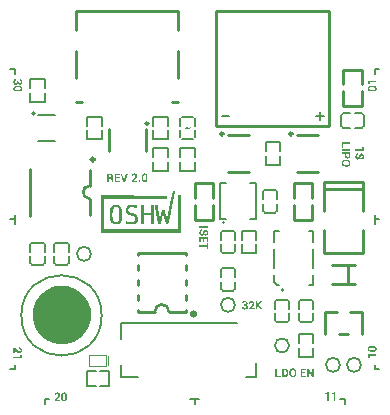
<source format=gto>
G04 Layer: TopSilkscreenLayer*
G04 Panelize: , Column: 3, Row: 3, Board Size: 35.56mm x 35.56mm, Panelized Board Size: 110.68mm x 110.68mm*
G04 EasyEDA v6.5.39, 2024-01-10 02:32:58*
G04 c879e6b8726d4e35908b0b4345eef0b3,3d9c8b04885e45b7839bd8e85c0fd600,10*
G04 Gerber Generator version 0.2*
G04 Scale: 100 percent, Rotated: No, Reflected: No *
G04 Dimensions in millimeters *
G04 leading zeros omitted , absolute positions ,4 integer and 5 decimal *
%FSLAX45Y45*%
%MOMM*%

%ADD10C,0.2032*%
%ADD11C,0.2000*%
%ADD12C,0.1500*%
%ADD13C,0.2540*%
%ADD14C,0.1000*%
%ADD15C,0.1016*%
%ADD16C,0.1280*%
%ADD17C,0.0183*%

%LPD*%
G36*
X-187756Y242112D02*
G01*
X-209499Y136245D01*
X-238150Y558D01*
X-238658Y-762D01*
X-239318Y0D01*
X-240436Y3200D01*
X-243332Y14782D01*
X-257352Y78486D01*
X-281330Y78486D01*
X-289661Y38201D01*
X-294792Y15138D01*
X-299059Y-2540D01*
X-302310Y27482D01*
X-313537Y121818D01*
X-331927Y122478D01*
X-335178Y120548D01*
X-335330Y114249D01*
X-326491Y56794D01*
X-312470Y-39319D01*
X-289915Y-39319D01*
X-288391Y-30429D01*
X-270256Y48209D01*
X-269494Y49885D01*
X-268478Y48463D01*
X-266954Y43230D01*
X-254762Y-7873D01*
X-247700Y-38506D01*
X-226415Y-39471D01*
X-222859Y-24993D01*
X-219405Y-9601D01*
X-215087Y11074D01*
X-192024Y116179D01*
X-166065Y236220D01*
X-166217Y240538D01*
X-169418Y241960D01*
G37*
G36*
X-797052Y202844D02*
G01*
X-797052Y-111353D01*
X-116332Y-111353D01*
X-116332Y202844D01*
X-144170Y202844D01*
X-144170Y-83515D01*
X-769213Y-83515D01*
X-769213Y173380D01*
X-235661Y173380D01*
X-236626Y202031D01*
G37*
G36*
X-666242Y125933D02*
G01*
X-673760Y125831D01*
X-681177Y124714D01*
X-688390Y122529D01*
X-693978Y119837D01*
X-699211Y116230D01*
X-703935Y111810D01*
X-708253Y106527D01*
X-712063Y100431D01*
X-715314Y93573D01*
X-718108Y85953D01*
X-720293Y77673D01*
X-720953Y73812D01*
X-721918Y62839D01*
X-722423Y42164D01*
X-698855Y42164D01*
X-698652Y52984D01*
X-698093Y62687D01*
X-697179Y71374D01*
X-695807Y78994D01*
X-694029Y85598D01*
X-691845Y91287D01*
X-689203Y95961D01*
X-686054Y99771D01*
X-682498Y102666D01*
X-678434Y104698D01*
X-673862Y105867D01*
X-668782Y106273D01*
X-664819Y106070D01*
X-661212Y105460D01*
X-657961Y104444D01*
X-655167Y103073D01*
X-652221Y101041D01*
X-649630Y98704D01*
X-647395Y96012D01*
X-645464Y92862D01*
X-643839Y89154D01*
X-642518Y84886D01*
X-641400Y79857D01*
X-640588Y74117D01*
X-639521Y59893D01*
X-639216Y41656D01*
X-639267Y25552D01*
X-639724Y14630D01*
X-640638Y6959D01*
X-642162Y762D01*
X-644245Y-5232D01*
X-646582Y-10312D01*
X-649224Y-14427D01*
X-652221Y-17627D01*
X-655624Y-20066D01*
X-659485Y-21742D01*
X-663905Y-22656D01*
X-668934Y-22961D01*
X-673963Y-22555D01*
X-678484Y-21336D01*
X-682498Y-19304D01*
X-686054Y-16357D01*
X-689152Y-12496D01*
X-691794Y-7721D01*
X-693978Y-1981D01*
X-695756Y4724D01*
X-697128Y12496D01*
X-698042Y21285D01*
X-698652Y31191D01*
X-698855Y42164D01*
X-722423Y42164D01*
X-722376Y34442D01*
X-721868Y20624D01*
X-720953Y9601D01*
X-720293Y5638D01*
X-717956Y-3098D01*
X-714959Y-11074D01*
X-711403Y-18186D01*
X-707237Y-24434D01*
X-702513Y-29768D01*
X-697280Y-34188D01*
X-691540Y-37592D01*
X-685342Y-39979D01*
X-679246Y-41452D01*
X-673201Y-42316D01*
X-667308Y-42519D01*
X-661619Y-42164D01*
X-656082Y-41198D01*
X-650798Y-39624D01*
X-645769Y-37490D01*
X-641096Y-34848D01*
X-636676Y-31597D01*
X-632663Y-27838D01*
X-629056Y-23571D01*
X-625856Y-18745D01*
X-622909Y-13258D01*
X-620471Y-7772D01*
X-618591Y-2032D01*
X-617118Y4267D01*
X-616051Y11430D01*
X-615391Y19710D01*
X-614984Y29413D01*
X-614883Y50444D01*
X-615137Y59131D01*
X-615645Y66903D01*
X-616356Y73914D01*
X-617372Y80213D01*
X-618693Y85953D01*
X-620268Y91135D01*
X-622249Y95910D01*
X-624535Y100330D01*
X-627278Y104495D01*
X-630377Y108508D01*
X-633933Y112420D01*
X-639114Y116890D01*
X-645109Y120497D01*
X-651764Y123240D01*
X-658876Y125069D01*
G37*
G36*
X-534771Y125933D02*
G01*
X-540867Y125780D01*
X-546506Y125120D01*
X-551586Y124053D01*
X-558241Y121869D01*
X-563880Y119227D01*
X-568960Y115874D01*
X-573938Y111556D01*
X-579424Y105308D01*
X-583336Y98602D01*
X-585876Y91084D01*
X-587197Y82296D01*
X-587451Y75742D01*
X-587044Y69697D01*
X-585927Y64262D01*
X-584047Y59283D01*
X-581456Y54762D01*
X-578053Y50647D01*
X-573786Y46939D01*
X-568655Y43535D01*
X-562610Y40487D01*
X-555599Y37693D01*
X-547573Y35102D01*
X-529336Y30327D01*
X-521970Y27940D01*
X-516229Y25349D01*
X-511962Y22453D01*
X-508965Y18999D01*
X-507085Y14884D01*
X-506069Y9956D01*
X-505764Y4013D01*
X-506120Y-2641D01*
X-507390Y-7721D01*
X-509828Y-11938D01*
X-513588Y-15798D01*
X-517042Y-18237D01*
X-521106Y-20167D01*
X-525678Y-21590D01*
X-530758Y-22504D01*
X-536143Y-22910D01*
X-541832Y-22809D01*
X-547776Y-22250D01*
X-553770Y-21183D01*
X-559816Y-19659D01*
X-565810Y-17627D01*
X-571652Y-15189D01*
X-585012Y-8229D01*
X-585368Y-9194D01*
X-585876Y-15646D01*
X-585876Y-27178D01*
X-585317Y-30988D01*
X-583996Y-32918D01*
X-581456Y-34188D01*
X-576275Y-36068D01*
X-570738Y-37693D01*
X-564946Y-39065D01*
X-558901Y-40182D01*
X-552754Y-40995D01*
X-546557Y-41554D01*
X-534416Y-41808D01*
X-528624Y-41503D01*
X-523138Y-40944D01*
X-518007Y-40030D01*
X-513334Y-38811D01*
X-508304Y-36982D01*
X-503986Y-34696D01*
X-499770Y-31597D01*
X-495300Y-27381D01*
X-489254Y-20370D01*
X-485444Y-13309D01*
X-483463Y-5181D01*
X-482854Y5130D01*
X-483565Y14833D01*
X-485648Y23368D01*
X-489204Y30784D01*
X-494131Y37185D01*
X-497078Y39979D01*
X-500278Y42468D01*
X-503783Y44704D01*
X-507847Y46786D01*
X-512521Y48768D01*
X-518007Y50698D01*
X-541274Y57251D01*
X-548741Y59740D01*
X-554431Y62230D01*
X-558698Y64973D01*
X-561594Y68072D01*
X-563473Y71780D01*
X-564388Y76149D01*
X-564692Y81432D01*
X-564134Y87071D01*
X-562559Y92049D01*
X-559917Y96316D01*
X-556310Y99872D01*
X-551688Y102616D01*
X-546150Y104648D01*
X-539699Y105867D01*
X-532333Y106273D01*
X-523240Y105562D01*
X-513892Y103632D01*
X-505358Y100685D01*
X-494639Y94996D01*
X-493877Y94843D01*
X-493420Y95758D01*
X-493064Y98247D01*
X-493014Y106476D01*
X-493522Y118059D01*
X-507339Y122123D01*
X-514502Y123748D01*
X-521563Y124917D01*
X-528320Y125679D01*
G37*
G36*
X-455066Y122631D02*
G01*
X-455066Y-39319D01*
X-432155Y-39319D01*
X-432155Y37541D01*
X-373227Y37541D01*
X-373227Y-39471D01*
X-349504Y-38506D01*
X-348640Y122631D01*
X-373227Y122631D01*
X-373227Y57200D01*
X-432155Y57200D01*
X-432155Y122631D01*
G37*
G36*
X422148Y-689864D02*
G01*
X417423Y-690219D01*
X413054Y-691184D01*
X409143Y-692861D01*
X405638Y-695198D01*
X402640Y-698144D01*
X400558Y-701497D01*
X399338Y-705154D01*
X399034Y-709168D01*
X399288Y-709422D01*
X413004Y-709422D01*
X413156Y-707593D01*
X413664Y-706018D01*
X414426Y-704545D01*
X415543Y-703326D01*
X417017Y-702208D01*
X418592Y-701446D01*
X420319Y-700938D01*
X422148Y-700786D01*
X424332Y-700938D01*
X426262Y-701497D01*
X427990Y-702360D01*
X429514Y-703580D01*
X430631Y-704951D01*
X431444Y-706526D01*
X431901Y-708253D01*
X432054Y-710184D01*
X431901Y-712470D01*
X431444Y-714451D01*
X430631Y-716127D01*
X429514Y-717550D01*
X428091Y-718667D01*
X426313Y-719429D01*
X424281Y-719937D01*
X414020Y-720090D01*
X414020Y-731012D01*
X424535Y-731164D01*
X426770Y-731672D01*
X428701Y-732434D01*
X430276Y-733552D01*
X431495Y-735126D01*
X432358Y-737057D01*
X432917Y-739292D01*
X433070Y-741934D01*
X432866Y-744016D01*
X432308Y-745947D01*
X431342Y-747674D01*
X430022Y-749300D01*
X428396Y-750519D01*
X426516Y-751382D01*
X424434Y-751941D01*
X422148Y-752094D01*
X420065Y-751941D01*
X418236Y-751382D01*
X416509Y-750519D01*
X413715Y-747928D01*
X412750Y-746404D01*
X412191Y-744626D01*
X411988Y-742696D01*
X398272Y-742696D01*
X398018Y-742950D01*
X398475Y-747471D01*
X399796Y-751484D01*
X402031Y-754837D01*
X405130Y-757682D01*
X408940Y-760018D01*
X413054Y-761695D01*
X417474Y-762660D01*
X422148Y-763016D01*
X427482Y-762660D01*
X432257Y-761593D01*
X436473Y-759866D01*
X440182Y-757428D01*
X443280Y-754380D01*
X445516Y-750824D01*
X446836Y-746760D01*
X447293Y-742188D01*
X447090Y-739241D01*
X446532Y-736549D01*
X445566Y-734060D01*
X444246Y-731774D01*
X442569Y-729742D01*
X440537Y-728014D01*
X438251Y-726592D01*
X435609Y-725424D01*
X437997Y-724154D01*
X440131Y-722680D01*
X441959Y-721004D01*
X443484Y-719074D01*
X444703Y-716889D01*
X445566Y-714603D01*
X446125Y-712317D01*
X446278Y-709930D01*
X445871Y-705408D01*
X444652Y-701395D01*
X442569Y-698042D01*
X439674Y-695198D01*
X436219Y-692861D01*
X432104Y-691184D01*
X427431Y-690219D01*
G37*
G36*
X479043Y-689864D02*
G01*
X473862Y-690270D01*
X469239Y-691489D01*
X465226Y-693572D01*
X461772Y-696468D01*
X458876Y-699922D01*
X456895Y-703783D01*
X455726Y-707948D01*
X455422Y-712724D01*
X469392Y-712724D01*
X469544Y-710285D01*
X470052Y-708101D01*
X470814Y-706120D01*
X471932Y-704342D01*
X473354Y-702767D01*
X474980Y-701649D01*
X476859Y-700989D01*
X479043Y-700786D01*
X481177Y-700938D01*
X483006Y-701497D01*
X484479Y-702360D01*
X486664Y-704951D01*
X487375Y-706577D01*
X487781Y-708406D01*
X487934Y-710438D01*
X487426Y-714095D01*
X485901Y-718058D01*
X483006Y-722376D01*
X478790Y-727710D01*
X456692Y-752602D01*
X456692Y-762000D01*
X504443Y-762000D01*
X504443Y-751078D01*
X475488Y-751078D01*
X475234Y-750824D01*
X490931Y-732434D01*
X496773Y-725068D01*
X498856Y-722122D01*
X500278Y-719378D01*
X501345Y-716534D01*
X501954Y-713536D01*
X502158Y-710438D01*
X501802Y-705967D01*
X500634Y-702005D01*
X498703Y-698500D01*
X496062Y-695452D01*
X492709Y-693013D01*
X488746Y-691286D01*
X484225Y-690219D01*
G37*
G36*
X515112Y-690880D02*
G01*
X515112Y-762000D01*
X529336Y-762000D01*
X529336Y-732282D01*
X534416Y-732282D01*
X553974Y-762000D01*
X572262Y-762000D01*
X545846Y-723900D01*
X570484Y-690880D01*
X552704Y-690880D01*
X533146Y-719836D01*
X529336Y-719836D01*
X529336Y-690880D01*
G37*
G36*
X1417574Y612394D02*
G01*
X1417574Y597662D01*
X1358900Y597662D01*
X1358900Y583438D01*
X1431036Y583438D01*
X1428496Y612394D01*
G37*
G36*
X1380744Y560832D02*
G01*
X1375359Y560425D01*
X1370736Y558952D01*
X1366723Y556361D01*
X1363472Y552704D01*
X1361033Y548436D01*
X1359306Y543763D01*
X1358239Y538632D01*
X1357884Y533146D01*
X1358239Y527456D01*
X1359204Y522427D01*
X1360881Y517956D01*
X1363218Y514096D01*
X1366012Y510997D01*
X1369314Y508762D01*
X1373124Y507441D01*
X1377442Y506984D01*
X1381658Y507390D01*
X1385468Y508558D01*
X1388770Y510540D01*
X1391666Y513334D01*
X1394206Y516737D01*
X1396492Y520852D01*
X1398524Y525627D01*
X1401572Y534619D01*
X1403959Y539953D01*
X1405128Y541782D01*
X1406347Y543204D01*
X1407769Y544271D01*
X1409395Y544880D01*
X1411224Y545084D01*
X1413052Y544880D01*
X1414729Y544322D01*
X1416202Y543356D01*
X1417574Y542036D01*
X1418691Y540461D01*
X1419453Y538581D01*
X1419961Y536397D01*
X1420114Y533908D01*
X1419961Y531164D01*
X1419402Y528777D01*
X1418539Y526694D01*
X1417320Y525018D01*
X1415745Y523595D01*
X1413865Y522528D01*
X1411681Y521919D01*
X1409192Y521716D01*
X1409192Y508000D01*
X1409446Y507746D01*
X1414018Y508101D01*
X1418132Y509371D01*
X1421790Y511657D01*
X1424940Y514858D01*
X1427581Y518718D01*
X1429512Y523138D01*
X1430629Y528116D01*
X1431036Y533654D01*
X1430680Y538988D01*
X1429613Y543864D01*
X1427886Y548284D01*
X1425448Y552196D01*
X1422450Y555294D01*
X1419098Y557530D01*
X1415338Y558850D01*
X1411224Y559308D01*
X1407109Y558901D01*
X1403451Y557733D01*
X1400251Y555752D01*
X1397508Y552958D01*
X1395069Y549402D01*
X1392732Y545084D01*
X1390599Y540004D01*
X1386484Y528116D01*
X1385265Y525932D01*
X1384046Y524256D01*
X1382674Y522935D01*
X1381150Y521970D01*
X1379372Y521411D01*
X1377442Y521208D01*
X1375511Y521411D01*
X1373835Y521970D01*
X1372362Y522935D01*
X1371092Y524256D01*
X1369974Y525932D01*
X1369161Y528015D01*
X1368704Y530402D01*
X1368552Y533146D01*
X1368755Y536143D01*
X1369314Y538784D01*
X1370279Y541121D01*
X1371600Y543052D01*
X1373327Y544728D01*
X1375460Y545896D01*
X1378051Y546608D01*
X1380998Y546862D01*
X1380998Y560578D01*
G37*
G36*
X1244600Y653796D02*
G01*
X1244600Y607822D01*
X1255522Y607822D01*
X1255522Y639572D01*
X1315720Y639572D01*
X1315720Y653796D01*
G37*
G36*
X1244600Y597408D02*
G01*
X1244600Y582930D01*
X1315720Y582930D01*
X1315720Y597408D01*
G37*
G36*
X1244600Y568960D02*
G01*
X1244600Y554736D01*
X1304798Y554736D01*
X1304798Y541782D01*
X1304594Y538937D01*
X1303934Y536448D01*
X1302816Y534365D01*
X1301242Y532638D01*
X1299464Y531317D01*
X1297482Y530352D01*
X1295298Y529793D01*
X1292860Y529590D01*
X1290421Y529793D01*
X1288288Y530352D01*
X1286357Y531317D01*
X1284732Y532638D01*
X1283309Y534365D01*
X1282242Y536448D01*
X1281633Y538937D01*
X1281430Y541782D01*
X1281430Y554736D01*
X1270508Y554736D01*
X1270508Y541782D01*
X1270863Y535990D01*
X1272032Y530860D01*
X1273962Y526338D01*
X1276604Y522478D01*
X1279906Y519379D01*
X1283766Y517143D01*
X1288186Y515823D01*
X1293114Y515366D01*
X1297940Y515823D01*
X1302258Y517143D01*
X1306068Y519379D01*
X1309370Y522478D01*
X1312164Y526338D01*
X1314145Y530860D01*
X1315313Y535990D01*
X1315720Y541782D01*
X1315720Y568960D01*
G37*
G36*
X1273810Y506984D02*
G01*
X1267510Y506476D01*
X1261821Y504951D01*
X1256690Y502412D01*
X1252220Y498856D01*
X1248460Y494487D01*
X1245768Y489458D01*
X1244142Y483819D01*
X1243584Y477520D01*
X1254760Y477520D01*
X1255115Y480872D01*
X1256080Y483870D01*
X1257757Y486460D01*
X1260094Y488696D01*
X1262938Y490474D01*
X1266190Y491743D01*
X1269796Y492506D01*
X1273810Y492759D01*
X1286764Y492759D01*
X1290675Y492506D01*
X1294180Y491743D01*
X1297381Y490474D01*
X1300226Y488696D01*
X1302562Y486562D01*
X1304239Y483971D01*
X1305204Y480974D01*
X1305560Y477520D01*
X1305204Y474065D01*
X1304239Y470966D01*
X1302562Y468325D01*
X1300226Y466090D01*
X1297381Y464312D01*
X1294180Y463042D01*
X1290675Y462280D01*
X1286764Y462026D01*
X1273810Y462026D01*
X1269796Y462280D01*
X1266190Y463042D01*
X1262938Y464312D01*
X1260094Y466090D01*
X1257757Y468325D01*
X1256080Y470966D01*
X1255115Y474065D01*
X1254760Y477520D01*
X1243584Y477520D01*
X1244142Y471220D01*
X1245768Y465531D01*
X1248460Y460400D01*
X1252220Y455930D01*
X1256690Y452374D01*
X1261821Y449834D01*
X1267510Y448309D01*
X1273810Y447801D01*
X1286510Y447801D01*
X1292707Y448309D01*
X1298397Y449834D01*
X1303528Y452374D01*
X1308100Y455930D01*
X1311859Y460400D01*
X1314602Y465531D01*
X1316177Y471220D01*
X1316736Y477520D01*
X1316177Y483819D01*
X1314602Y489458D01*
X1311859Y494487D01*
X1308100Y498856D01*
X1303528Y502412D01*
X1298397Y504951D01*
X1292707Y506476D01*
X1286510Y506984D01*
G37*
G36*
X-513334Y389636D02*
G01*
X-518515Y389229D01*
X-523189Y388010D01*
X-527304Y385927D01*
X-530860Y383032D01*
X-533755Y379577D01*
X-535736Y375716D01*
X-536905Y371551D01*
X-537210Y367030D01*
X-536956Y366776D01*
X-523240Y366776D01*
X-523087Y369214D01*
X-522630Y371398D01*
X-521817Y373380D01*
X-520700Y375158D01*
X-519277Y376732D01*
X-517601Y377850D01*
X-515620Y378510D01*
X-513334Y378714D01*
X-511301Y378561D01*
X-509524Y378002D01*
X-508000Y377139D01*
X-506730Y375920D01*
X-505815Y374548D01*
X-504799Y371094D01*
X-504799Y367233D01*
X-505815Y363423D01*
X-507898Y359410D01*
X-513588Y351790D01*
X-535686Y326898D01*
X-535686Y317500D01*
X-487934Y317500D01*
X-487934Y328422D01*
X-517143Y328422D01*
X-517143Y328676D01*
X-501599Y347065D01*
X-495757Y354431D01*
X-493776Y357378D01*
X-492353Y360121D01*
X-491286Y362966D01*
X-490677Y365963D01*
X-490474Y369062D01*
X-490829Y373532D01*
X-491947Y377494D01*
X-493776Y381000D01*
X-496316Y384048D01*
X-499668Y386486D01*
X-503631Y388213D01*
X-508152Y389280D01*
G37*
G36*
X-426212Y389636D02*
G01*
X-431393Y389178D01*
X-436067Y387858D01*
X-440182Y385622D01*
X-443738Y382524D01*
X-446633Y378510D01*
X-448665Y373888D01*
X-449935Y368604D01*
X-450342Y362712D01*
X-450254Y341884D01*
X-436118Y341884D01*
X-436118Y364236D01*
X-435965Y367487D01*
X-435457Y370332D01*
X-434695Y372821D01*
X-433578Y374904D01*
X-432155Y376580D01*
X-430479Y377748D01*
X-428498Y378460D01*
X-426212Y378714D01*
X-424078Y378460D01*
X-422148Y377748D01*
X-420471Y376580D01*
X-419100Y374904D01*
X-417982Y372821D01*
X-417220Y370332D01*
X-416712Y367487D01*
X-416559Y364236D01*
X-416559Y341884D01*
X-416712Y338531D01*
X-417169Y335686D01*
X-417982Y333197D01*
X-419100Y331216D01*
X-420471Y329539D01*
X-422148Y328371D01*
X-424078Y327660D01*
X-426212Y327406D01*
X-428498Y327660D01*
X-430479Y328371D01*
X-432155Y329539D01*
X-433578Y331216D01*
X-434695Y333197D01*
X-435457Y335686D01*
X-435965Y338531D01*
X-436118Y341884D01*
X-450254Y341884D01*
X-449935Y337261D01*
X-448665Y332028D01*
X-446633Y327507D01*
X-443738Y323596D01*
X-440182Y320497D01*
X-436067Y318262D01*
X-431393Y316941D01*
X-426212Y316484D01*
X-421030Y316941D01*
X-416356Y318262D01*
X-412242Y320497D01*
X-408686Y323596D01*
X-405892Y327507D01*
X-403910Y332028D01*
X-402742Y337261D01*
X-402336Y343154D01*
X-402336Y362712D01*
X-402742Y368604D01*
X-404012Y373888D01*
X-406044Y378510D01*
X-408940Y382524D01*
X-412496Y385622D01*
X-416559Y387858D01*
X-421132Y389178D01*
G37*
G36*
X-742696Y388620D02*
G01*
X-742696Y377698D01*
X-718058Y377698D01*
X-715416Y377494D01*
X-713130Y376936D01*
X-711098Y375970D01*
X-709422Y374650D01*
X-708202Y373126D01*
X-707339Y371348D01*
X-706780Y369316D01*
X-706628Y367030D01*
X-706780Y364642D01*
X-707339Y362559D01*
X-708202Y360832D01*
X-709422Y359410D01*
X-711098Y358292D01*
X-713181Y357530D01*
X-715568Y357022D01*
X-728472Y356870D01*
X-728472Y377698D01*
X-742696Y377698D01*
X-742696Y317500D01*
X-728472Y317500D01*
X-728472Y345948D01*
X-717296Y345948D01*
X-714756Y345744D01*
X-712520Y345186D01*
X-710590Y344220D01*
X-708914Y342900D01*
X-707694Y341325D01*
X-706831Y339445D01*
X-706272Y337261D01*
X-705916Y326237D01*
X-705358Y322580D01*
X-704545Y319532D01*
X-703884Y318363D01*
X-703072Y317500D01*
X-688340Y317500D01*
X-688340Y318516D01*
X-689203Y319379D01*
X-690575Y321818D01*
X-691489Y324967D01*
X-691845Y328015D01*
X-692048Y337820D01*
X-692607Y340614D01*
X-693470Y343154D01*
X-694690Y345440D01*
X-696214Y347472D01*
X-698195Y349199D01*
X-700633Y350621D01*
X-703580Y351790D01*
X-700938Y353060D01*
X-698703Y354533D01*
X-696772Y356209D01*
X-695198Y358140D01*
X-693877Y360273D01*
X-692912Y362508D01*
X-692353Y364947D01*
X-692150Y367538D01*
X-692556Y372211D01*
X-693877Y376377D01*
X-696010Y379984D01*
X-699008Y383032D01*
X-702767Y385470D01*
X-707186Y387248D01*
X-712317Y388264D01*
X-718058Y388620D01*
G37*
G36*
X-678942Y388620D02*
G01*
X-678942Y317500D01*
X-633476Y317500D01*
X-633476Y328422D01*
X-664718Y328422D01*
X-664718Y348742D01*
X-638302Y348742D01*
X-638302Y359664D01*
X-664718Y359664D01*
X-664718Y377698D01*
X-633476Y377698D01*
X-633476Y388620D01*
G37*
G36*
X-629666Y388620D02*
G01*
X-605536Y317500D01*
X-590804Y317500D01*
X-566674Y388620D01*
X-581660Y388620D01*
X-597154Y336550D01*
X-597916Y332994D01*
X-598424Y332994D01*
X-599186Y336804D01*
X-614680Y388620D01*
G37*
G36*
X-477012Y329946D02*
G01*
X-477012Y317500D01*
X-462788Y317500D01*
X-462788Y329946D01*
G37*
G36*
X-1165860Y-1464564D02*
G01*
X-1171041Y-1464970D01*
X-1175613Y-1466189D01*
X-1179677Y-1468272D01*
X-1183132Y-1471168D01*
X-1186027Y-1474622D01*
X-1188008Y-1478483D01*
X-1189177Y-1482648D01*
X-1189482Y-1487424D01*
X-1175512Y-1487424D01*
X-1175359Y-1484985D01*
X-1174902Y-1482801D01*
X-1174089Y-1480820D01*
X-1172972Y-1479042D01*
X-1171549Y-1477467D01*
X-1169924Y-1476349D01*
X-1168044Y-1475689D01*
X-1165860Y-1475486D01*
X-1163726Y-1475638D01*
X-1161897Y-1476197D01*
X-1160424Y-1477060D01*
X-1158240Y-1479651D01*
X-1157528Y-1481277D01*
X-1157122Y-1483106D01*
X-1156970Y-1485138D01*
X-1157478Y-1488795D01*
X-1159002Y-1492758D01*
X-1161796Y-1497076D01*
X-1166114Y-1502410D01*
X-1188212Y-1527302D01*
X-1188212Y-1536700D01*
X-1140460Y-1536700D01*
X-1140460Y-1525778D01*
X-1169416Y-1525778D01*
X-1169416Y-1525524D01*
X-1153972Y-1507134D01*
X-1148130Y-1499768D01*
X-1146048Y-1496822D01*
X-1144625Y-1494078D01*
X-1143558Y-1491234D01*
X-1142949Y-1488236D01*
X-1142746Y-1485138D01*
X-1143101Y-1480667D01*
X-1144270Y-1476705D01*
X-1146149Y-1473200D01*
X-1148842Y-1470152D01*
X-1152194Y-1467713D01*
X-1156157Y-1465986D01*
X-1160678Y-1464919D01*
G37*
G36*
X-1107694Y-1464564D02*
G01*
X-1112875Y-1465021D01*
X-1117549Y-1466342D01*
X-1121664Y-1468577D01*
X-1125220Y-1471676D01*
X-1128115Y-1475689D01*
X-1130147Y-1480312D01*
X-1131417Y-1485595D01*
X-1131824Y-1491488D01*
X-1131736Y-1512316D01*
X-1117600Y-1512316D01*
X-1117600Y-1489964D01*
X-1117447Y-1486712D01*
X-1116939Y-1483868D01*
X-1116177Y-1481378D01*
X-1115060Y-1479296D01*
X-1113637Y-1477619D01*
X-1111961Y-1476451D01*
X-1109980Y-1475740D01*
X-1107694Y-1475486D01*
X-1105509Y-1475740D01*
X-1103630Y-1476451D01*
X-1102004Y-1477619D01*
X-1100582Y-1479296D01*
X-1099362Y-1481378D01*
X-1098499Y-1483868D01*
X-1097940Y-1486712D01*
X-1097788Y-1489964D01*
X-1097788Y-1512316D01*
X-1097940Y-1515668D01*
X-1098499Y-1518513D01*
X-1099362Y-1521002D01*
X-1100582Y-1522984D01*
X-1102004Y-1524660D01*
X-1103630Y-1525828D01*
X-1105509Y-1526540D01*
X-1107694Y-1526794D01*
X-1109980Y-1526540D01*
X-1111961Y-1525828D01*
X-1113637Y-1524660D01*
X-1115060Y-1522984D01*
X-1116177Y-1521002D01*
X-1116939Y-1518513D01*
X-1117447Y-1515668D01*
X-1117600Y-1512316D01*
X-1131736Y-1512316D01*
X-1131417Y-1516938D01*
X-1130147Y-1522171D01*
X-1128115Y-1526692D01*
X-1125220Y-1530604D01*
X-1121664Y-1533702D01*
X-1117549Y-1535938D01*
X-1112875Y-1537258D01*
X-1107694Y-1537716D01*
X-1102512Y-1537258D01*
X-1097838Y-1535938D01*
X-1093724Y-1533702D01*
X-1090168Y-1530604D01*
X-1087374Y-1526692D01*
X-1085392Y-1522171D01*
X-1084224Y-1516938D01*
X-1083818Y-1511046D01*
X-1083818Y-1491488D01*
X-1084224Y-1485595D01*
X-1085494Y-1480312D01*
X-1087526Y-1475689D01*
X-1090422Y-1471676D01*
X-1093978Y-1468577D01*
X-1098042Y-1466342D01*
X-1102614Y-1465021D01*
G37*
G36*
X1131062Y-1464564D02*
G01*
X1102106Y-1467104D01*
X1102106Y-1478026D01*
X1116838Y-1478026D01*
X1116838Y-1536700D01*
X1131062Y-1536700D01*
G37*
G36*
X1188466Y-1464564D02*
G01*
X1159459Y-1467104D01*
X1159459Y-1478026D01*
X1174191Y-1478026D01*
X1174191Y-1536700D01*
X1188466Y-1536700D01*
G37*
G36*
X1464564Y1175766D02*
G01*
X1467104Y1146810D01*
X1478026Y1146810D01*
X1478026Y1161542D01*
X1536700Y1161542D01*
X1536700Y1175766D01*
G37*
G36*
X1491488Y1132332D02*
G01*
X1485595Y1131925D01*
X1480312Y1130655D01*
X1475689Y1128623D01*
X1471676Y1125728D01*
X1468577Y1122172D01*
X1466342Y1118057D01*
X1465021Y1113383D01*
X1464564Y1108202D01*
X1475486Y1108202D01*
X1475740Y1110386D01*
X1476451Y1112266D01*
X1477619Y1113942D01*
X1479296Y1115314D01*
X1481378Y1116533D01*
X1483868Y1117396D01*
X1486712Y1117955D01*
X1489964Y1118108D01*
X1512316Y1118108D01*
X1515668Y1117955D01*
X1518513Y1117447D01*
X1521002Y1116685D01*
X1522984Y1115568D01*
X1524660Y1114044D01*
X1525828Y1112316D01*
X1526540Y1110386D01*
X1526794Y1108202D01*
X1526540Y1106017D01*
X1525828Y1104087D01*
X1524660Y1102360D01*
X1522984Y1100836D01*
X1521002Y1099718D01*
X1518513Y1098905D01*
X1515668Y1098448D01*
X1512316Y1098296D01*
X1489964Y1098296D01*
X1486712Y1098448D01*
X1483868Y1098905D01*
X1481378Y1099718D01*
X1479296Y1100836D01*
X1477619Y1102258D01*
X1476451Y1103934D01*
X1475740Y1105916D01*
X1475486Y1108202D01*
X1464564Y1108202D01*
X1465021Y1103020D01*
X1466342Y1098346D01*
X1468577Y1094232D01*
X1471676Y1090676D01*
X1475689Y1087780D01*
X1480312Y1085697D01*
X1485595Y1084478D01*
X1491488Y1084072D01*
X1511046Y1084072D01*
X1516938Y1084478D01*
X1522171Y1085697D01*
X1526692Y1087780D01*
X1530604Y1090676D01*
X1533702Y1094232D01*
X1535938Y1098346D01*
X1537258Y1103020D01*
X1537716Y1108202D01*
X1537258Y1113383D01*
X1535938Y1118057D01*
X1533702Y1122172D01*
X1530604Y1125728D01*
X1526692Y1128623D01*
X1522171Y1130655D01*
X1516938Y1131925D01*
X1511046Y1132332D01*
G37*
G36*
X1491488Y-1071118D02*
G01*
X1485595Y-1071524D01*
X1480312Y-1072794D01*
X1475689Y-1074826D01*
X1471676Y-1077722D01*
X1468577Y-1081278D01*
X1466342Y-1085342D01*
X1465021Y-1089914D01*
X1464564Y-1094994D01*
X1475486Y-1094994D01*
X1475740Y-1092809D01*
X1476451Y-1090930D01*
X1477619Y-1089304D01*
X1479296Y-1087882D01*
X1481378Y-1086662D01*
X1483868Y-1085799D01*
X1486712Y-1085240D01*
X1489964Y-1085088D01*
X1512316Y-1085088D01*
X1515668Y-1085240D01*
X1518513Y-1085799D01*
X1521002Y-1086662D01*
X1522984Y-1087882D01*
X1524660Y-1089304D01*
X1525828Y-1090930D01*
X1526540Y-1092860D01*
X1526794Y-1094994D01*
X1526540Y-1097280D01*
X1525828Y-1099261D01*
X1524660Y-1100937D01*
X1522984Y-1102360D01*
X1521002Y-1103477D01*
X1518513Y-1104239D01*
X1515668Y-1104747D01*
X1512316Y-1104900D01*
X1489964Y-1104900D01*
X1486712Y-1104747D01*
X1483868Y-1104239D01*
X1481378Y-1103477D01*
X1479296Y-1102360D01*
X1477619Y-1100937D01*
X1476451Y-1099261D01*
X1475740Y-1097280D01*
X1475486Y-1094994D01*
X1464564Y-1094994D01*
X1465021Y-1100175D01*
X1466342Y-1104849D01*
X1468577Y-1108964D01*
X1471676Y-1112520D01*
X1475689Y-1115415D01*
X1480312Y-1117447D01*
X1485595Y-1118717D01*
X1491488Y-1119124D01*
X1511046Y-1119124D01*
X1516938Y-1118717D01*
X1522171Y-1117447D01*
X1526692Y-1115415D01*
X1530604Y-1112520D01*
X1533702Y-1108964D01*
X1535938Y-1104849D01*
X1537258Y-1100175D01*
X1537716Y-1094994D01*
X1537258Y-1089812D01*
X1535938Y-1085138D01*
X1533702Y-1081024D01*
X1530604Y-1077468D01*
X1526692Y-1074674D01*
X1522171Y-1072692D01*
X1516938Y-1071524D01*
X1511046Y-1071118D01*
G37*
G36*
X1464564Y-1142238D02*
G01*
X1467104Y-1171194D01*
X1478026Y-1171194D01*
X1478026Y-1156462D01*
X1536700Y-1156462D01*
X1536700Y-1142238D01*
G37*
G36*
X-1517650Y1189482D02*
G01*
X-1522171Y1189024D01*
X-1526184Y1187704D01*
X-1529537Y1185468D01*
X-1532382Y1182370D01*
X-1534718Y1178560D01*
X-1536395Y1174445D01*
X-1537360Y1170025D01*
X-1537716Y1165352D01*
X-1537360Y1160018D01*
X-1536293Y1155242D01*
X-1534566Y1151026D01*
X-1532128Y1147318D01*
X-1529080Y1144219D01*
X-1525524Y1141984D01*
X-1521460Y1140663D01*
X-1516888Y1140206D01*
X-1513941Y1140409D01*
X-1511249Y1140968D01*
X-1508760Y1141933D01*
X-1506474Y1143254D01*
X-1504442Y1144930D01*
X-1502714Y1146962D01*
X-1501292Y1149248D01*
X-1500124Y1151890D01*
X-1498854Y1149502D01*
X-1497380Y1147368D01*
X-1495704Y1145540D01*
X-1493774Y1144016D01*
X-1491589Y1142796D01*
X-1489303Y1141933D01*
X-1487017Y1141374D01*
X-1484630Y1141222D01*
X-1480108Y1141628D01*
X-1476095Y1142847D01*
X-1472742Y1144930D01*
X-1469898Y1147826D01*
X-1467561Y1151280D01*
X-1465884Y1155395D01*
X-1464919Y1160068D01*
X-1464564Y1165352D01*
X-1464919Y1170076D01*
X-1465884Y1174445D01*
X-1467561Y1178356D01*
X-1469898Y1181862D01*
X-1472844Y1184859D01*
X-1476197Y1186942D01*
X-1479854Y1188161D01*
X-1483868Y1188466D01*
X-1484122Y1188212D01*
X-1484122Y1174496D01*
X-1482293Y1174343D01*
X-1480718Y1173835D01*
X-1479245Y1173073D01*
X-1478026Y1171956D01*
X-1476908Y1170482D01*
X-1476146Y1168908D01*
X-1475638Y1167180D01*
X-1475486Y1165352D01*
X-1475638Y1163167D01*
X-1476197Y1161237D01*
X-1477060Y1159510D01*
X-1478280Y1157986D01*
X-1479651Y1156868D01*
X-1481226Y1156055D01*
X-1482953Y1155598D01*
X-1484884Y1155446D01*
X-1487170Y1155598D01*
X-1489151Y1156055D01*
X-1490827Y1156868D01*
X-1492250Y1157986D01*
X-1493367Y1159408D01*
X-1494129Y1161186D01*
X-1494637Y1163218D01*
X-1494790Y1173480D01*
X-1505712Y1173480D01*
X-1505864Y1162964D01*
X-1506372Y1160729D01*
X-1507134Y1158798D01*
X-1508252Y1157224D01*
X-1509826Y1156004D01*
X-1511757Y1155141D01*
X-1513992Y1154582D01*
X-1516634Y1154430D01*
X-1518716Y1154633D01*
X-1520647Y1155192D01*
X-1522374Y1156157D01*
X-1524000Y1157478D01*
X-1525219Y1159103D01*
X-1526082Y1160983D01*
X-1526641Y1163066D01*
X-1526794Y1165352D01*
X-1526641Y1167434D01*
X-1526082Y1169263D01*
X-1525219Y1170990D01*
X-1522628Y1173784D01*
X-1521104Y1174750D01*
X-1519326Y1175308D01*
X-1517396Y1175512D01*
X-1517396Y1189228D01*
G37*
G36*
X-1511046Y1131824D02*
G01*
X-1516938Y1131417D01*
X-1522171Y1130147D01*
X-1526692Y1128115D01*
X-1530604Y1125220D01*
X-1533702Y1121664D01*
X-1535938Y1117549D01*
X-1537258Y1112875D01*
X-1537716Y1107694D01*
X-1526794Y1107694D01*
X-1526540Y1109980D01*
X-1525828Y1111961D01*
X-1524660Y1113637D01*
X-1522984Y1115060D01*
X-1521002Y1116177D01*
X-1518513Y1116939D01*
X-1515668Y1117447D01*
X-1512316Y1117600D01*
X-1489964Y1117600D01*
X-1486712Y1117447D01*
X-1483868Y1116939D01*
X-1481378Y1116177D01*
X-1479296Y1115060D01*
X-1477619Y1113637D01*
X-1476451Y1111961D01*
X-1475740Y1109980D01*
X-1475486Y1107694D01*
X-1475740Y1105509D01*
X-1476451Y1103630D01*
X-1477619Y1102004D01*
X-1479296Y1100582D01*
X-1481378Y1099362D01*
X-1483868Y1098499D01*
X-1486712Y1097940D01*
X-1489964Y1097788D01*
X-1512316Y1097788D01*
X-1515668Y1097940D01*
X-1518513Y1098499D01*
X-1521002Y1099362D01*
X-1522984Y1100582D01*
X-1524660Y1102004D01*
X-1525828Y1103630D01*
X-1526540Y1105560D01*
X-1526794Y1107694D01*
X-1537716Y1107694D01*
X-1537258Y1102512D01*
X-1535938Y1097838D01*
X-1533702Y1093724D01*
X-1530604Y1090168D01*
X-1526692Y1087374D01*
X-1522171Y1085392D01*
X-1516938Y1084224D01*
X-1511046Y1083818D01*
X-1491488Y1083818D01*
X-1485595Y1084224D01*
X-1480312Y1085494D01*
X-1475689Y1087526D01*
X-1471676Y1090422D01*
X-1468577Y1093978D01*
X-1466342Y1098042D01*
X-1465021Y1102614D01*
X-1464564Y1107694D01*
X-1465021Y1112875D01*
X-1466342Y1117549D01*
X-1468577Y1121664D01*
X-1471676Y1125220D01*
X-1475689Y1128115D01*
X-1480312Y1130147D01*
X-1485595Y1131417D01*
X-1491488Y1131824D01*
G37*
G36*
X-1487424Y-1083818D02*
G01*
X-1487424Y-1097788D01*
X-1484985Y-1097940D01*
X-1482801Y-1098397D01*
X-1480820Y-1099210D01*
X-1479042Y-1100328D01*
X-1477467Y-1101699D01*
X-1476349Y-1103376D01*
X-1475689Y-1105255D01*
X-1475486Y-1107440D01*
X-1475638Y-1109573D01*
X-1476197Y-1111402D01*
X-1477060Y-1112875D01*
X-1479651Y-1115060D01*
X-1481277Y-1115771D01*
X-1483106Y-1116177D01*
X-1485138Y-1116330D01*
X-1488795Y-1115822D01*
X-1492758Y-1114298D01*
X-1497076Y-1111504D01*
X-1502410Y-1107186D01*
X-1527302Y-1085088D01*
X-1536700Y-1085088D01*
X-1536700Y-1132840D01*
X-1525778Y-1132840D01*
X-1525778Y-1103884D01*
X-1525524Y-1103884D01*
X-1507134Y-1119327D01*
X-1496822Y-1127252D01*
X-1494078Y-1128674D01*
X-1491234Y-1129741D01*
X-1488236Y-1130350D01*
X-1485138Y-1130554D01*
X-1480667Y-1130198D01*
X-1476705Y-1129030D01*
X-1473200Y-1127150D01*
X-1470152Y-1124458D01*
X-1467713Y-1121105D01*
X-1465986Y-1117142D01*
X-1464919Y-1112621D01*
X-1464564Y-1107440D01*
X-1464970Y-1102258D01*
X-1466189Y-1097686D01*
X-1468272Y-1093622D01*
X-1471168Y-1090168D01*
X-1474622Y-1087272D01*
X-1478483Y-1085291D01*
X-1482648Y-1084122D01*
G37*
G36*
X-1478026Y-1146810D02*
G01*
X-1478026Y-1161542D01*
X-1536700Y-1161542D01*
X-1536700Y-1175766D01*
X-1464564Y-1175766D01*
X-1467104Y-1146810D01*
G37*
G36*
X38100Y-58419D02*
G01*
X38100Y-72644D01*
X109220Y-72644D01*
X109220Y-58419D01*
G37*
G36*
X59943Y-84328D02*
G01*
X54559Y-84734D01*
X49936Y-86156D01*
X45923Y-88646D01*
X42672Y-92202D01*
X40233Y-96570D01*
X38506Y-101346D01*
X37439Y-106476D01*
X37084Y-112014D01*
X37439Y-117551D01*
X38404Y-122580D01*
X40081Y-126949D01*
X42418Y-130810D01*
X45212Y-133908D01*
X48514Y-136144D01*
X52324Y-137464D01*
X56641Y-137922D01*
X60858Y-137566D01*
X64668Y-136398D01*
X67970Y-134518D01*
X70866Y-131826D01*
X73406Y-128422D01*
X75692Y-124358D01*
X77724Y-119532D01*
X80772Y-110489D01*
X83159Y-105054D01*
X84328Y-103124D01*
X85547Y-101803D01*
X86969Y-100838D01*
X88595Y-100279D01*
X90424Y-100076D01*
X92252Y-100279D01*
X93929Y-100787D01*
X95402Y-101650D01*
X96774Y-102870D01*
X97891Y-104546D01*
X98653Y-106426D01*
X99161Y-108610D01*
X99314Y-110998D01*
X99161Y-113741D01*
X98602Y-116230D01*
X97739Y-118313D01*
X96520Y-120142D01*
X94945Y-121615D01*
X93065Y-122631D01*
X90881Y-123240D01*
X88392Y-123444D01*
X88392Y-137160D01*
X93218Y-136855D01*
X97332Y-135585D01*
X100990Y-133400D01*
X104139Y-130302D01*
X106781Y-126441D01*
X108712Y-121970D01*
X109829Y-116941D01*
X110235Y-111252D01*
X109880Y-105918D01*
X108813Y-101092D01*
X107086Y-96774D01*
X104648Y-92964D01*
X101650Y-89865D01*
X98298Y-87630D01*
X94538Y-86309D01*
X90424Y-85852D01*
X86309Y-86258D01*
X82651Y-87426D01*
X79451Y-89408D01*
X76708Y-92202D01*
X74269Y-95758D01*
X71932Y-100025D01*
X69799Y-105003D01*
X65684Y-116992D01*
X64465Y-119227D01*
X63246Y-120904D01*
X61874Y-122123D01*
X60350Y-122986D01*
X58572Y-123545D01*
X56641Y-123698D01*
X54711Y-123494D01*
X53035Y-122935D01*
X51562Y-121970D01*
X50292Y-120650D01*
X49174Y-119075D01*
X48361Y-117094D01*
X47904Y-114757D01*
X47752Y-112014D01*
X47955Y-109016D01*
X48514Y-106324D01*
X49479Y-103936D01*
X50800Y-101854D01*
X52527Y-100279D01*
X54660Y-99212D01*
X57251Y-98501D01*
X60198Y-98298D01*
X60198Y-84328D01*
G37*
G36*
X38100Y-148590D02*
G01*
X38100Y-194056D01*
X49022Y-194056D01*
X49022Y-162814D01*
X69342Y-162814D01*
X69342Y-189230D01*
X80264Y-189230D01*
X80264Y-162814D01*
X98298Y-162814D01*
X98298Y-194056D01*
X109220Y-194056D01*
X109220Y-148590D01*
G37*
G36*
X98298Y-199136D02*
G01*
X98298Y-219202D01*
X38100Y-219202D01*
X38100Y-233425D01*
X98298Y-233425D01*
X98298Y-253746D01*
X109220Y-253746D01*
X109220Y-199136D01*
G37*
G36*
X829056Y-1261364D02*
G01*
X822756Y-1261922D01*
X817118Y-1263497D01*
X812088Y-1266240D01*
X807720Y-1270000D01*
X804164Y-1274572D01*
X801624Y-1279702D01*
X800100Y-1285392D01*
X799592Y-1291590D01*
X799592Y-1304290D01*
X813816Y-1304290D01*
X813816Y-1291336D01*
X814069Y-1287424D01*
X814832Y-1283919D01*
X816102Y-1280718D01*
X817880Y-1277874D01*
X820115Y-1275537D01*
X822706Y-1273860D01*
X825703Y-1272895D01*
X829056Y-1272540D01*
X832510Y-1272895D01*
X835609Y-1273860D01*
X838250Y-1275537D01*
X840486Y-1277874D01*
X842365Y-1280718D01*
X843737Y-1283919D01*
X844550Y-1287424D01*
X844803Y-1291336D01*
X844803Y-1304290D01*
X844550Y-1308303D01*
X843737Y-1311910D01*
X842365Y-1315161D01*
X840486Y-1318006D01*
X838250Y-1320342D01*
X835609Y-1322019D01*
X832510Y-1322984D01*
X829056Y-1323340D01*
X825703Y-1322984D01*
X822706Y-1322019D01*
X820115Y-1320342D01*
X817880Y-1318006D01*
X816102Y-1315161D01*
X814832Y-1311910D01*
X814069Y-1308303D01*
X813816Y-1304290D01*
X799592Y-1304290D01*
X800100Y-1310589D01*
X801624Y-1316278D01*
X804164Y-1321409D01*
X807720Y-1325880D01*
X812088Y-1329639D01*
X817118Y-1332331D01*
X822756Y-1333957D01*
X829056Y-1334516D01*
X835355Y-1333957D01*
X841044Y-1332331D01*
X846175Y-1329639D01*
X850646Y-1325880D01*
X854202Y-1321409D01*
X856742Y-1316278D01*
X858266Y-1310589D01*
X858774Y-1304290D01*
X858774Y-1291590D01*
X858266Y-1285392D01*
X856742Y-1279702D01*
X854202Y-1274572D01*
X850646Y-1270000D01*
X846175Y-1266240D01*
X841044Y-1263497D01*
X835355Y-1261922D01*
G37*
G36*
X679704Y-1262380D02*
G01*
X679704Y-1333500D01*
X725678Y-1333500D01*
X725678Y-1322578D01*
X693928Y-1322578D01*
X693928Y-1262380D01*
G37*
G36*
X735330Y-1262380D02*
G01*
X735330Y-1273302D01*
X759968Y-1273302D01*
X763371Y-1273657D01*
X766368Y-1274622D01*
X769061Y-1276299D01*
X771398Y-1278636D01*
X773277Y-1281379D01*
X774649Y-1284528D01*
X775462Y-1288135D01*
X775716Y-1292098D01*
X775716Y-1303782D01*
X775462Y-1307744D01*
X774649Y-1311351D01*
X773277Y-1314500D01*
X771398Y-1317244D01*
X769061Y-1319580D01*
X766368Y-1321257D01*
X763371Y-1322222D01*
X759968Y-1322578D01*
X749554Y-1322578D01*
X749554Y-1273302D01*
X735330Y-1273302D01*
X735330Y-1333500D01*
X759968Y-1333500D01*
X766267Y-1332992D01*
X771956Y-1331417D01*
X777087Y-1328775D01*
X781558Y-1325118D01*
X785215Y-1320749D01*
X787857Y-1315720D01*
X789432Y-1310081D01*
X789940Y-1303782D01*
X789940Y-1292098D01*
X789432Y-1285900D01*
X787857Y-1280261D01*
X785215Y-1275232D01*
X781558Y-1270762D01*
X777087Y-1267104D01*
X771956Y-1264462D01*
X766267Y-1262888D01*
X759968Y-1262380D01*
G37*
G36*
X895096Y-1262380D02*
G01*
X895096Y-1333500D01*
X940562Y-1333500D01*
X940562Y-1322578D01*
X909319Y-1322578D01*
X909319Y-1302258D01*
X935736Y-1302258D01*
X935736Y-1291336D01*
X909319Y-1291336D01*
X909319Y-1273302D01*
X940562Y-1273302D01*
X940562Y-1262380D01*
G37*
G36*
X950721Y-1262380D02*
G01*
X950721Y-1333500D01*
X964946Y-1333500D01*
X964946Y-1285494D01*
X965200Y-1285494D01*
X993902Y-1333500D01*
X1008126Y-1333500D01*
X1008126Y-1262380D01*
X993902Y-1262380D01*
X993902Y-1310132D01*
X993648Y-1310386D01*
X964946Y-1262380D01*
G37*
D10*
X1059510Y844562D02*
G01*
X1059510Y910094D01*
X1092276Y877328D02*
G01*
X1026744Y877328D01*
X292176Y877328D02*
G01*
X226644Y877328D01*
G36*
X-1128572Y-560374D02*
G01*
X-1142746Y-560882D01*
X-1156919Y-562203D01*
X-1170940Y-564337D01*
X-1184859Y-567283D01*
X-1198575Y-571042D01*
X-1212037Y-575513D01*
X-1225194Y-580796D01*
X-1238097Y-586841D01*
X-1244396Y-590092D01*
X-1256690Y-597204D01*
X-1268577Y-605028D01*
X-1279956Y-613511D01*
X-1290878Y-622604D01*
X-1301242Y-632307D01*
X-1310995Y-642620D01*
X-1320190Y-653440D01*
X-1328724Y-664768D01*
X-1336649Y-676605D01*
X-1343812Y-688848D01*
X-1350314Y-701497D01*
X-1356055Y-714502D01*
X-1361033Y-727811D01*
X-1365250Y-741375D01*
X-1368653Y-755142D01*
X-1371295Y-769112D01*
X-1373124Y-783183D01*
X-1374140Y-797356D01*
X-1374343Y-811580D01*
X-1373733Y-825753D01*
X-1372311Y-839927D01*
X-1370076Y-853948D01*
X-1367028Y-867816D01*
X-1365250Y-874674D01*
X-1361033Y-888237D01*
X-1356055Y-901547D01*
X-1350314Y-914552D01*
X-1343812Y-927201D01*
X-1336649Y-939444D01*
X-1328724Y-951280D01*
X-1320190Y-962609D01*
X-1310995Y-973429D01*
X-1301242Y-983742D01*
X-1290878Y-993444D01*
X-1279956Y-1002588D01*
X-1268577Y-1011021D01*
X-1256690Y-1018844D01*
X-1244396Y-1025956D01*
X-1231696Y-1032357D01*
X-1218641Y-1037996D01*
X-1205331Y-1042873D01*
X-1198575Y-1045057D01*
X-1184859Y-1048766D01*
X-1170940Y-1051712D01*
X-1156919Y-1053846D01*
X-1142746Y-1055166D01*
X-1128572Y-1055674D01*
X-1114348Y-1055370D01*
X-1100175Y-1054252D01*
X-1086104Y-1052322D01*
X-1072184Y-1049578D01*
X-1065276Y-1047953D01*
X-1051610Y-1044041D01*
X-1038199Y-1039317D01*
X-1025093Y-1033881D01*
X-1012291Y-1027684D01*
X-999896Y-1020724D01*
X-987907Y-1013104D01*
X-976376Y-1004824D01*
X-965352Y-995883D01*
X-954836Y-986332D01*
X-944880Y-976172D01*
X-935583Y-965453D01*
X-926846Y-954227D01*
X-918768Y-942543D01*
X-911402Y-930402D01*
X-904748Y-917854D01*
X-898804Y-904951D01*
X-893622Y-891743D01*
X-889203Y-878230D01*
X-885596Y-864463D01*
X-882751Y-850544D01*
X-880719Y-836523D01*
X-879500Y-822350D01*
X-879094Y-808177D01*
X-879195Y-800811D01*
X-880008Y-786638D01*
X-881634Y-772515D01*
X-884072Y-758494D01*
X-887323Y-744677D01*
X-889203Y-737819D01*
X-893622Y-724357D01*
X-898804Y-711098D01*
X-904748Y-698195D01*
X-911402Y-685647D01*
X-918768Y-673506D01*
X-926846Y-661822D01*
X-935583Y-650595D01*
X-944880Y-639876D01*
X-954836Y-629716D01*
X-965352Y-620166D01*
X-976376Y-611225D01*
X-987907Y-602945D01*
X-999896Y-595325D01*
X-1012291Y-588416D01*
X-1025093Y-582168D01*
X-1038199Y-576732D01*
X-1051610Y-572058D01*
X-1058418Y-569976D01*
X-1072184Y-566470D01*
X-1086104Y-563727D01*
X-1100175Y-561797D01*
X-1114348Y-560679D01*
G37*
D11*
X1231900Y-1524000D02*
G01*
X1270000Y-1524000D01*
X1270000Y-1562100D01*
X1562100Y0D02*
G01*
X1524000Y0D01*
X1524000Y38100D01*
X1524000Y-38100D02*
G01*
X1524000Y0D01*
X1562100Y0D01*
X1562100Y-1270000D02*
G01*
X1524000Y-1270000D01*
X1524000Y-1231900D01*
X0Y-1562100D02*
G01*
X0Y-1524000D01*
X38100Y-1524000D01*
X-38100Y-1524000D02*
G01*
X0Y-1524000D01*
X0Y-1562100D01*
X-1270000Y-1562100D02*
G01*
X-1270000Y-1524000D01*
X-1231900Y-1524000D01*
X-1524000Y-1231900D02*
G01*
X-1524000Y-1270000D01*
X-1562100Y-1270000D01*
X-1562100Y0D02*
G01*
X-1524000Y0D01*
X-1524000Y-38100D01*
X-1524000Y38100D02*
G01*
X-1524000Y0D01*
X-1562100Y0D01*
X-1562100Y1270000D02*
G01*
X-1524000Y1270000D01*
X-1524000Y1231900D01*
X1524000Y1231900D02*
G01*
X1524000Y1270000D01*
X1562100Y1270000D01*
D12*
X-123609Y602955D02*
G01*
X-3604Y602955D01*
X-123609Y525955D02*
G01*
X-123609Y602955D01*
X-123609Y412953D02*
G01*
X-3604Y412953D01*
X-123609Y489953D02*
G01*
X-123609Y412953D01*
X-3604Y489953D02*
G01*
X-3604Y412953D01*
X-3604Y525955D02*
G01*
X-3604Y602955D01*
X-232204Y412978D02*
G01*
X-352209Y412978D01*
X-232204Y489978D02*
G01*
X-232204Y412978D01*
X-232204Y602980D02*
G01*
X-352209Y602980D01*
X-232204Y525980D02*
G01*
X-232204Y602980D01*
X-352209Y525980D02*
G01*
X-352209Y602980D01*
X-352209Y489978D02*
G01*
X-352209Y412978D01*
X-1273530Y-274104D02*
G01*
X-1273530Y-212100D01*
X-1273530Y-310108D02*
G01*
X-1273530Y-372099D01*
X-1393535Y-310108D02*
G01*
X-1393535Y-372099D01*
X-1373535Y-387108D02*
G01*
X-1293538Y-387108D01*
X-1393535Y-274104D02*
G01*
X-1393535Y-212100D01*
X-1373535Y-197104D02*
G01*
X-1293538Y-197104D01*
X-1378526Y-387108D02*
G01*
X-1373535Y-387108D01*
X-1288539Y-387108D02*
G01*
X-1293538Y-387108D01*
X-1378539Y-197104D02*
G01*
X-1373535Y-197104D01*
X-1288526Y-197104D02*
G01*
X-1293538Y-197104D01*
X-1070330Y-274104D02*
G01*
X-1070330Y-212100D01*
X-1070330Y-310108D02*
G01*
X-1070330Y-372099D01*
X-1190335Y-310108D02*
G01*
X-1190335Y-372099D01*
X-1170335Y-387108D02*
G01*
X-1090338Y-387108D01*
X-1190335Y-274104D02*
G01*
X-1190335Y-212100D01*
X-1170335Y-197104D02*
G01*
X-1090338Y-197104D01*
X-1175326Y-387108D02*
G01*
X-1170335Y-387108D01*
X-1085339Y-387108D02*
G01*
X-1090338Y-387108D01*
X-1175339Y-197104D02*
G01*
X-1170335Y-197104D01*
X-1085326Y-197104D02*
G01*
X-1090338Y-197104D01*
X219354Y-525995D02*
G01*
X219354Y-587999D01*
X219354Y-489991D02*
G01*
X219354Y-428000D01*
X339359Y-489991D02*
G01*
X339359Y-428000D01*
X319359Y-412991D02*
G01*
X239361Y-412991D01*
X339359Y-525995D02*
G01*
X339359Y-587999D01*
X319359Y-602995D02*
G01*
X239361Y-602995D01*
X324350Y-412991D02*
G01*
X319359Y-412991D01*
X234363Y-412991D02*
G01*
X239361Y-412991D01*
X324363Y-602995D02*
G01*
X319359Y-602995D01*
X234350Y-602995D02*
G01*
X239361Y-602995D01*
D13*
X-726470Y582810D02*
G01*
X-726470Y762812D01*
X-416468Y582810D02*
G01*
X-416468Y762812D01*
D14*
X-755589Y-1238775D02*
G01*
X-895588Y-1238775D01*
X-755589Y-1148773D02*
G01*
X-894587Y-1148773D01*
X-895588Y-1238775D02*
G01*
X-895588Y-1148773D01*
X-755589Y-1238775D02*
G01*
X-755589Y-1148773D01*
D15*
X-739589Y-1230774D02*
G01*
X-739589Y-1159774D01*
D11*
X-1187300Y884674D02*
G01*
X-1327299Y884674D01*
X-1187300Y664674D02*
G01*
X-1327299Y664674D01*
D12*
X-1393502Y1187188D02*
G01*
X-1273497Y1187188D01*
X-1393502Y1110188D02*
G01*
X-1393502Y1187188D01*
X-1393502Y997186D02*
G01*
X-1273497Y997186D01*
X-1393502Y1074186D02*
G01*
X-1393502Y997186D01*
X-1273497Y1074186D02*
G01*
X-1273497Y997186D01*
X-1273497Y1110188D02*
G01*
X-1273497Y1187188D01*
X-232204Y679678D02*
G01*
X-352209Y679678D01*
X-232204Y756678D02*
G01*
X-232204Y679678D01*
X-232204Y869680D02*
G01*
X-352209Y869680D01*
X-232204Y792680D02*
G01*
X-232204Y869680D01*
X-352209Y792680D02*
G01*
X-352209Y869680D01*
X-352209Y756678D02*
G01*
X-352209Y679678D01*
X-791004Y679678D02*
G01*
X-911009Y679678D01*
X-791004Y756678D02*
G01*
X-791004Y679678D01*
X-791004Y869680D02*
G01*
X-911009Y869680D01*
X-791004Y792680D02*
G01*
X-791004Y869680D01*
X-911009Y792680D02*
G01*
X-911009Y869680D01*
X-911009Y756678D02*
G01*
X-911009Y679678D01*
X-916785Y-1406235D02*
G01*
X-916785Y-1286230D01*
X-839784Y-1406235D02*
G01*
X-916785Y-1406235D01*
X-726782Y-1406235D02*
G01*
X-726782Y-1286230D01*
X-803782Y-1406235D02*
G01*
X-726782Y-1406235D01*
X-803782Y-1286230D02*
G01*
X-726782Y-1286230D01*
X-839784Y-1286230D02*
G01*
X-916785Y-1286230D01*
D13*
X-1392999Y28600D02*
G01*
X-1392999Y428599D01*
X-893000Y417266D02*
G01*
X-893000Y284980D01*
X-893000Y176601D02*
G01*
X-893000Y39933D01*
D12*
X-123507Y756704D02*
G01*
X-123507Y694700D01*
X-123507Y792708D02*
G01*
X-123507Y854699D01*
X-3502Y792708D02*
G01*
X-3502Y854699D01*
X-23502Y869708D02*
G01*
X-103499Y869708D01*
X-3502Y756704D02*
G01*
X-3502Y694700D01*
X-23502Y679704D02*
G01*
X-103499Y679704D01*
X-18511Y869708D02*
G01*
X-23502Y869708D01*
X-108498Y869708D02*
G01*
X-103499Y869708D01*
X-18498Y679704D02*
G01*
X-23502Y679704D01*
X-108511Y679704D02*
G01*
X-103499Y679704D01*
X710311Y-101605D02*
G01*
X698497Y-101605D01*
X1003340Y-189750D02*
G01*
X1003300Y-101605D01*
X966142Y-101605D01*
X1003297Y-412244D02*
G01*
X1003297Y-248076D01*
X966144Y-558805D02*
G01*
X990597Y-558805D01*
X1003297Y-558805D01*
X1003297Y-470573D01*
X673097Y-470573D02*
G01*
X673097Y-508005D01*
X673097Y-533405D01*
X698497Y-558805D01*
X710311Y-558805D01*
X673097Y-248076D02*
G01*
X673097Y-412244D01*
X710311Y-101605D02*
G01*
X673097Y-101605D01*
X673097Y-189748D01*
D13*
X156202Y307395D02*
G01*
X-3802Y307395D01*
X-3291Y122334D02*
G01*
X-3291Y-2661D01*
X156712Y122334D02*
G01*
X156712Y-2661D01*
X-3802Y182392D02*
G01*
X-3802Y307395D01*
X156202Y182392D02*
G01*
X156202Y307395D01*
X156712Y-2661D02*
G01*
X-3291Y-2661D01*
X1092301Y67310D02*
G01*
X1092301Y259994D01*
X1422298Y259994D01*
X1422298Y313334D01*
X1092301Y313334D01*
X1092301Y259994D01*
X1422298Y-92710D02*
G01*
X1422298Y-285394D01*
X1092301Y-285394D01*
X1092301Y-92710D01*
X1422298Y67310D02*
G01*
X1422298Y259994D01*
D12*
X339369Y-172504D02*
G01*
X339369Y-110500D01*
X339369Y-208508D02*
G01*
X339369Y-270499D01*
X219364Y-208508D02*
G01*
X219364Y-270499D01*
X239364Y-285508D02*
G01*
X319361Y-285508D01*
X219364Y-172504D02*
G01*
X219364Y-110500D01*
X239364Y-95504D02*
G01*
X319361Y-95504D01*
X234373Y-285508D02*
G01*
X239364Y-285508D01*
X324360Y-285508D02*
G01*
X319361Y-285508D01*
X234360Y-95504D02*
G01*
X239364Y-95504D01*
X324373Y-95504D02*
G01*
X319361Y-95504D01*
X694969Y170395D02*
G01*
X694969Y232399D01*
X694969Y134391D02*
G01*
X694969Y72400D01*
X574964Y134391D02*
G01*
X574964Y72400D01*
X594964Y57391D02*
G01*
X674961Y57391D01*
X574964Y170395D02*
G01*
X574964Y232399D01*
X594964Y247395D02*
G01*
X674961Y247395D01*
X589973Y57391D02*
G01*
X594964Y57391D01*
X679960Y57391D02*
G01*
X674961Y57391D01*
X589960Y247395D02*
G01*
X594964Y247395D01*
X679973Y247395D02*
G01*
X674961Y247395D01*
X1351457Y778192D02*
G01*
X1413461Y778192D01*
X1315453Y778192D02*
G01*
X1253462Y778192D01*
X1315453Y898197D02*
G01*
X1253462Y898197D01*
X1238453Y878197D02*
G01*
X1238453Y798200D01*
X1351457Y898197D02*
G01*
X1413461Y898197D01*
X1428457Y878197D02*
G01*
X1428457Y798200D01*
X1238453Y883188D02*
G01*
X1238453Y878197D01*
X1238453Y793201D02*
G01*
X1238453Y798200D01*
X1428457Y883201D02*
G01*
X1428457Y878197D01*
X1428457Y793188D02*
G01*
X1428457Y798200D01*
X796569Y-756704D02*
G01*
X796569Y-694700D01*
X796569Y-792708D02*
G01*
X796569Y-854699D01*
X676564Y-792708D02*
G01*
X676564Y-854699D01*
X696564Y-869708D02*
G01*
X776561Y-869708D01*
X676564Y-756704D02*
G01*
X676564Y-694700D01*
X696564Y-679704D02*
G01*
X776561Y-679704D01*
X691573Y-869708D02*
G01*
X696564Y-869708D01*
X781560Y-869708D02*
G01*
X776561Y-869708D01*
X691560Y-679704D02*
G01*
X696564Y-679704D01*
X781573Y-679704D02*
G01*
X776561Y-679704D01*
D13*
X458302Y713803D02*
G01*
X278300Y713803D01*
X458302Y403801D02*
G01*
X278300Y403801D01*
X1413568Y1268785D02*
G01*
X1253563Y1268785D01*
X1254074Y1083724D02*
G01*
X1254074Y958728D01*
X1414078Y1083724D02*
G01*
X1414078Y958728D01*
X1253563Y1143782D02*
G01*
X1253563Y1268785D01*
X1413568Y1143782D02*
G01*
X1413568Y1268785D01*
X1414078Y958728D02*
G01*
X1254074Y958728D01*
D12*
X720295Y463778D02*
G01*
X600290Y463778D01*
X720295Y540778D02*
G01*
X720295Y463778D01*
X720295Y653780D02*
G01*
X600290Y653780D01*
X720295Y576780D02*
G01*
X720295Y653780D01*
X600290Y576780D02*
G01*
X600290Y653780D01*
X600290Y540778D02*
G01*
X600290Y463778D01*
X397090Y-95544D02*
G01*
X517095Y-95544D01*
X397090Y-172544D02*
G01*
X397090Y-95544D01*
X397090Y-285546D02*
G01*
X517095Y-285546D01*
X397090Y-208546D02*
G01*
X397090Y-285546D01*
X517095Y-208546D02*
G01*
X517095Y-285546D01*
X517095Y-172544D02*
G01*
X517095Y-95544D01*
D13*
X994468Y307395D02*
G01*
X834463Y307395D01*
X834974Y122334D02*
G01*
X834974Y-2661D01*
X994978Y122334D02*
G01*
X994978Y-2661D01*
X834463Y182392D02*
G01*
X834463Y307395D01*
X994468Y182392D02*
G01*
X994468Y307395D01*
X994978Y-2661D02*
G01*
X834974Y-2661D01*
X1357299Y-549899D02*
G01*
X1157300Y-549899D01*
X1357299Y-389900D02*
G01*
X1157300Y-389900D01*
X1292423Y-549899D02*
G01*
X1292423Y-389900D01*
X1097302Y-786297D02*
G01*
X1199182Y-786297D01*
X1410413Y-966299D02*
G01*
X1417302Y-966299D01*
X1220421Y-966299D02*
G01*
X1294178Y-966299D01*
X1097302Y-966299D02*
G01*
X1104186Y-966299D01*
X1417302Y-786297D02*
G01*
X1417302Y-966299D01*
X1097302Y-786297D02*
G01*
X1097302Y-966299D01*
X1315417Y-786297D02*
G01*
X1417302Y-786297D01*
D12*
X999802Y-1161788D02*
G01*
X879797Y-1161788D01*
X999802Y-1084788D02*
G01*
X999802Y-1161788D01*
X999802Y-971786D02*
G01*
X879797Y-971786D01*
X999802Y-1048786D02*
G01*
X999802Y-971786D01*
X879797Y-1048786D02*
G01*
X879797Y-971786D01*
X879797Y-1084788D02*
G01*
X879797Y-1161788D01*
D13*
X-79400Y-783399D02*
G01*
X-79400Y-768987D01*
X-79400Y-678812D02*
G01*
X-79400Y-641987D01*
X-479399Y-783399D02*
G01*
X-479399Y-768987D01*
X-479399Y-678812D02*
G01*
X-479399Y-641987D01*
X-479399Y-551812D02*
G01*
X-479399Y-514987D01*
X-479399Y-424812D02*
G01*
X-479399Y-387987D01*
X-221401Y-783399D02*
G01*
X-79400Y-783399D01*
X-79400Y-551812D02*
G01*
X-79400Y-514987D01*
X-79400Y-424812D02*
G01*
X-79400Y-387987D01*
X-79400Y-297812D02*
G01*
X-79400Y-283400D01*
X-479399Y-783399D02*
G01*
X-339399Y-783399D01*
X-479402Y-283400D02*
G01*
X-79400Y-283400D01*
X-479402Y-297812D02*
G01*
X-479402Y-283400D01*
X1042502Y713803D02*
G01*
X862500Y713803D01*
X1042502Y403801D02*
G01*
X862500Y403801D01*
D12*
X469826Y63D02*
G01*
X520626Y63D01*
X520626Y304863D01*
X469826Y304863D01*
X266626Y63D02*
G01*
X215826Y63D01*
X215826Y304863D01*
X266626Y304863D01*
X999807Y-756704D02*
G01*
X999807Y-694700D01*
X999807Y-792708D02*
G01*
X999807Y-854699D01*
X879802Y-792708D02*
G01*
X879802Y-854699D01*
X899802Y-869708D02*
G01*
X979799Y-869708D01*
X879802Y-756704D02*
G01*
X879802Y-694700D01*
X899802Y-679704D02*
G01*
X979799Y-679704D01*
X894811Y-869708D02*
G01*
X899802Y-869708D01*
X984798Y-869708D02*
G01*
X979799Y-869708D01*
X894798Y-679704D02*
G01*
X899802Y-679704D01*
X984811Y-679704D02*
G01*
X979799Y-679704D01*
D13*
X-952497Y990602D02*
G01*
X-1003297Y990602D01*
X-139700Y990600D02*
G01*
X-190500Y990600D01*
X-139700Y1193800D02*
G01*
X-139700Y1422400D01*
X-1003300Y1422400D02*
G01*
X-1003300Y1193800D01*
X-139700Y1600200D02*
G01*
X-139700Y1765300D01*
X-1003300Y1765300D01*
X-1003300Y1600200D01*
X1138402Y787387D02*
G01*
X177800Y787387D01*
X177800Y1765287D01*
X1138402Y1765287D01*
X1138402Y787387D01*
D11*
X434599Y-1334300D02*
G01*
X514598Y-1334300D01*
X514598Y-1219299D01*
X-625398Y-1009302D02*
G01*
X-625398Y-874301D01*
X354599Y-874301D01*
X-485399Y-1334300D02*
G01*
X-625398Y-1334300D01*
X-625398Y-1229301D01*
D12*
G75*
G01*
X-1393535Y-372100D02*
G03*
X-1378527Y-387109I15008J0D01*
G75*
G01*
X-1273531Y-372100D02*
G02*
X-1288539Y-387109I-15008J0D01*
G75*
G01*
X-1393535Y-212100D02*
G02*
X-1378539Y-197104I14996J0D01*
G75*
G01*
X-1273531Y-212100D02*
G03*
X-1288527Y-197104I-14996J0D01*
G75*
G01*
X-1190335Y-372100D02*
G03*
X-1175327Y-387109I15008J0D01*
G75*
G01*
X-1070331Y-372100D02*
G02*
X-1085339Y-387109I-15008J0D01*
G75*
G01*
X-1190335Y-212100D02*
G02*
X-1175339Y-197104I14996J0D01*
G75*
G01*
X-1070331Y-212100D02*
G03*
X-1085327Y-197104I-14996J0D01*
G75*
G01*
X339359Y-428000D02*
G03*
X324350Y-412991I-15009J0D01*
G75*
G01*
X219354Y-428000D02*
G02*
X234363Y-412991I15009J0D01*
G75*
G01*
X339359Y-588000D02*
G02*
X324363Y-602996I-14996J0D01*
G75*
G01*
X219354Y-588000D02*
G03*
X234351Y-602996I14997J0D01*
D11*
G75*
G01*
X-1366393Y884095D02*
G03*
X-1366647Y884095I-127J12499D01*
D13*
G75*
G01*
X-893000Y176601D02*
G02*
X-892962Y284899I389J54149D01*
D14*
G75*
G01*
X-84501Y769699D02*
G02*
X-59101Y769699I12700J0D01*
G75*
G01*
X-36500Y778700D02*
G02*
X-61900Y778700I-12700J0D01*
D12*
G75*
G01*
X219365Y-270500D02*
G03*
X234373Y-285509I15008J0D01*
G75*
G01*
X339369Y-270500D02*
G02*
X324361Y-285509I-15008J0D01*
G75*
G01*
X219365Y-110500D02*
G02*
X234361Y-95504I14996J0D01*
G75*
G01*
X339369Y-110500D02*
G03*
X324373Y-95504I-14996J0D01*
G75*
G01*
X574965Y72400D02*
G03*
X589973Y57391I15008J0D01*
G75*
G01*
X694969Y72400D02*
G02*
X679961Y57391I-15008J0D01*
G75*
G01*
X574965Y232400D02*
G02*
X589961Y247396I14996J0D01*
G75*
G01*
X694969Y232400D02*
G03*
X679973Y247396I-14996J0D01*
G75*
G01*
X1253462Y898197D02*
G03*
X1238453Y883188I0J-15009D01*
G75*
G01*
X1253462Y778192D02*
G02*
X1238453Y793201I0J15009D01*
G75*
G01*
X1413462Y898197D02*
G02*
X1428458Y883201I0J-14996D01*
G75*
G01*
X1413462Y778192D02*
G03*
X1428458Y793189I0J14997D01*
G75*
G01*
X676565Y-854700D02*
G03*
X691573Y-869709I15008J0D01*
G75*
G01*
X796569Y-854700D02*
G02*
X781561Y-869709I-15008J0D01*
G75*
G01*
X676565Y-694700D02*
G02*
X691561Y-679704I14996J0D01*
G75*
G01*
X796569Y-694700D02*
G03*
X781573Y-679704I-14996J0D01*
D13*
G75*
G01*
X-339400Y-782399D02*
G02*
X-221399Y-782399I59001J4468D01*
D12*
G75*
G01*
X879803Y-854700D02*
G03*
X894812Y-869709I15009J0D01*
G75*
G01*
X999808Y-854700D02*
G02*
X984799Y-869709I-15009J0D01*
G75*
G01*
X879803Y-694700D02*
G02*
X894799Y-679704I14996J0D01*
G75*
G01*
X999808Y-694700D02*
G03*
X984811Y-679704I-14997J0D01*
D13*
G75*
G01
X-393675Y812521D02*
G03X-393675Y812521I-12700J0D01*
D16*
G75*
G01
X1228395Y-1231900D02*
G03X1228395Y-1231900I-59995J0D01*
G75*
G01
X1406195Y-1231900D02*
G03X1406195Y-1231900I-59995J0D01*
G75*
G01
X796595Y-1066800D02*
G03X796595Y-1066800I-59995J0D01*
G75*
G01
X-879805Y-292100D02*
G03X-879805Y-292100I-59995J0D01*
G75*
G01
X339395Y-723900D02*
G03X339395Y-723900I-59995J0D01*
D13*
G75*
G01
X-848893Y507594D02*
G03X-848893Y507594I-17120J0D01*
D12*
G75*
G01
X747141Y-599161D02*
G03X747141Y-599161I-7899J0D01*
D13*
G75*
G01
X241300Y723900D02*
G03X241300Y723900I-12700J0D01*
G75*
G01
X6350Y-800100D02*
G03X6350Y-800100I-19050J0D01*
G75*
G01
X825500Y723900D02*
G03X825500Y723900I-12700J0D01*
D12*
G75*
G01
X248260Y-26543D02*
G03X248260Y-26543I-7010J0D01*
D11*
G75*
G01
X-790296Y-812800D02*
G03X-790296Y-812800I-340004J0D01*
M02*

</source>
